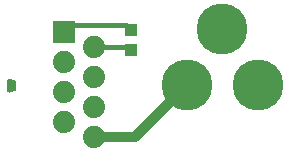
<source format=gtl>
G75*
G70*
%OFA0B0*%
%FSLAX24Y24*%
%IPPOS*%
%LPD*%
%AMOC8*
5,1,8,0,0,1.08239X$1,22.5*
%
%ADD10C,0.0740*%
%ADD11R,0.0740X0.0740*%
%ADD12R,0.0394X0.0433*%
%ADD13C,0.1700*%
%ADD14C,0.0000*%
%ADD15C,0.0001*%
%ADD16C,0.0160*%
%ADD17C,0.0320*%
D10*
X006892Y001890D03*
X007892Y001390D03*
X007892Y002390D03*
X006892Y002890D03*
X007892Y003390D03*
X006892Y003890D03*
X007892Y004390D03*
D11*
X006892Y004890D03*
D12*
X009142Y004975D03*
X009142Y004305D03*
D13*
X010998Y003140D03*
X013360Y003140D03*
X012179Y004990D03*
D14*
X005266Y003268D02*
X005266Y003236D01*
X005266Y002984D01*
X005238Y002977D01*
X005211Y002965D01*
X005179Y002953D01*
X005152Y002945D01*
X005124Y002933D01*
X005097Y002925D01*
X005069Y002914D01*
X005046Y002925D01*
X005018Y002937D01*
X004994Y002945D01*
X004994Y003303D01*
X005018Y003315D01*
X005046Y003327D01*
X005069Y003339D01*
X005097Y003327D01*
X005124Y003319D01*
X005152Y003307D01*
X005179Y003296D01*
X005211Y003288D01*
X005238Y003276D01*
X005266Y003268D01*
D15*
X004994Y003268D01*
X004994Y003269D02*
X005263Y003269D01*
X005266Y003267D02*
X004994Y003267D01*
X004994Y003266D02*
X005266Y003266D01*
X005266Y003265D02*
X004994Y003265D01*
X004994Y003264D02*
X005266Y003264D01*
X005266Y003263D02*
X004994Y003263D01*
X004994Y003262D02*
X005266Y003262D01*
X005266Y003261D02*
X004994Y003261D01*
X004994Y003260D02*
X005266Y003260D01*
X005266Y003259D02*
X004994Y003259D01*
X004994Y003258D02*
X005266Y003258D01*
X005266Y003257D02*
X004994Y003257D01*
X004994Y003256D02*
X005266Y003256D01*
X005266Y003255D02*
X004994Y003255D01*
X004994Y003254D02*
X005266Y003254D01*
X005266Y003253D02*
X004994Y003253D01*
X004994Y003252D02*
X005266Y003252D01*
X005266Y003251D02*
X004994Y003251D01*
X004994Y003250D02*
X005266Y003250D01*
X005266Y003249D02*
X004994Y003249D01*
X004994Y003248D02*
X005266Y003248D01*
X005266Y003247D02*
X004994Y003247D01*
X004994Y003246D02*
X005266Y003246D01*
X005266Y003245D02*
X004994Y003245D01*
X004994Y003244D02*
X005266Y003244D01*
X005266Y003243D02*
X004994Y003243D01*
X004994Y003242D02*
X005266Y003242D01*
X005266Y003241D02*
X004994Y003241D01*
X004994Y003240D02*
X005266Y003240D01*
X005266Y003239D02*
X004994Y003239D01*
X004994Y003238D02*
X005266Y003238D01*
X005266Y003237D02*
X004994Y003237D01*
X004994Y003236D02*
X005266Y003236D01*
X005266Y003235D02*
X004994Y003235D01*
X004994Y003234D02*
X005266Y003234D01*
X005266Y003233D02*
X004994Y003233D01*
X004994Y003232D02*
X005266Y003232D01*
X005266Y003231D02*
X004994Y003231D01*
X004994Y003230D02*
X005266Y003230D01*
X005266Y003229D02*
X004994Y003229D01*
X004994Y003228D02*
X005266Y003228D01*
X005266Y003227D02*
X004994Y003227D01*
X004994Y003226D02*
X005266Y003226D01*
X005266Y003225D02*
X004994Y003225D01*
X004994Y003224D02*
X005266Y003224D01*
X005266Y003223D02*
X004994Y003223D01*
X004994Y003222D02*
X005266Y003222D01*
X005266Y003221D02*
X004994Y003221D01*
X004994Y003220D02*
X005266Y003220D01*
X005266Y003219D02*
X004994Y003219D01*
X004994Y003218D02*
X005266Y003218D01*
X005266Y003217D02*
X004994Y003217D01*
X004994Y003216D02*
X005266Y003216D01*
X005266Y003215D02*
X004994Y003215D01*
X004994Y003214D02*
X005266Y003214D01*
X005266Y003213D02*
X004994Y003213D01*
X004994Y003212D02*
X005266Y003212D01*
X005266Y003211D02*
X004994Y003211D01*
X004994Y003210D02*
X005266Y003210D01*
X005266Y003209D02*
X004994Y003209D01*
X004994Y003208D02*
X005266Y003208D01*
X005266Y003207D02*
X004994Y003207D01*
X004994Y003206D02*
X005266Y003206D01*
X005266Y003205D02*
X004994Y003205D01*
X004994Y003204D02*
X005266Y003204D01*
X005266Y003203D02*
X004994Y003203D01*
X004994Y003202D02*
X005266Y003202D01*
X005266Y003201D02*
X004994Y003201D01*
X004994Y003200D02*
X005266Y003200D01*
X005266Y003199D02*
X004994Y003199D01*
X004994Y003198D02*
X005266Y003198D01*
X005266Y003197D02*
X004994Y003197D01*
X004994Y003196D02*
X005266Y003196D01*
X005266Y003195D02*
X004994Y003195D01*
X004994Y003194D02*
X005266Y003194D01*
X005266Y003193D02*
X004994Y003193D01*
X004994Y003192D02*
X005266Y003192D01*
X005266Y003191D02*
X004994Y003191D01*
X004994Y003190D02*
X005266Y003190D01*
X005266Y003189D02*
X004994Y003189D01*
X004994Y003188D02*
X005266Y003188D01*
X005266Y003187D02*
X004994Y003187D01*
X004994Y003186D02*
X005266Y003186D01*
X005266Y003185D02*
X004994Y003185D01*
X004994Y003184D02*
X005266Y003184D01*
X005266Y003183D02*
X004994Y003183D01*
X004994Y003182D02*
X005266Y003182D01*
X005266Y003181D02*
X004994Y003181D01*
X004994Y003180D02*
X005266Y003180D01*
X005266Y003179D02*
X004994Y003179D01*
X004994Y003178D02*
X005266Y003178D01*
X005266Y003177D02*
X004994Y003177D01*
X004994Y003176D02*
X005266Y003176D01*
X005266Y003175D02*
X004994Y003175D01*
X004994Y003174D02*
X005266Y003174D01*
X005266Y003173D02*
X004994Y003173D01*
X004994Y003172D02*
X005266Y003172D01*
X005266Y003171D02*
X004994Y003171D01*
X004994Y003170D02*
X005266Y003170D01*
X005266Y003169D02*
X004994Y003169D01*
X004994Y003168D02*
X005266Y003168D01*
X005266Y003167D02*
X004994Y003167D01*
X004994Y003166D02*
X005266Y003166D01*
X005266Y003165D02*
X004994Y003165D01*
X004994Y003164D02*
X005266Y003164D01*
X005266Y003163D02*
X004994Y003163D01*
X004994Y003162D02*
X005266Y003162D01*
X005266Y003161D02*
X004994Y003161D01*
X004994Y003160D02*
X005266Y003160D01*
X005266Y003159D02*
X004994Y003159D01*
X004994Y003158D02*
X005266Y003158D01*
X005266Y003157D02*
X004994Y003157D01*
X004994Y003156D02*
X005266Y003156D01*
X005266Y003155D02*
X004994Y003155D01*
X004994Y003154D02*
X005266Y003154D01*
X005266Y003153D02*
X004994Y003153D01*
X004994Y003152D02*
X005266Y003152D01*
X005266Y003151D02*
X004994Y003151D01*
X004994Y003150D02*
X005266Y003150D01*
X005266Y003149D02*
X004994Y003149D01*
X004994Y003148D02*
X005266Y003148D01*
X005266Y003147D02*
X004994Y003147D01*
X004994Y003146D02*
X005266Y003146D01*
X005266Y003145D02*
X004994Y003145D01*
X004994Y003144D02*
X005266Y003144D01*
X005266Y003143D02*
X004994Y003143D01*
X004994Y003142D02*
X005266Y003142D01*
X005266Y003141D02*
X004994Y003141D01*
X004994Y003140D02*
X005266Y003140D01*
X005266Y003139D02*
X004994Y003139D01*
X004994Y003138D02*
X005266Y003138D01*
X005266Y003137D02*
X004994Y003137D01*
X004994Y003136D02*
X005266Y003136D01*
X005266Y003135D02*
X004994Y003135D01*
X004994Y003134D02*
X005266Y003134D01*
X005266Y003133D02*
X004994Y003133D01*
X004994Y003132D02*
X005266Y003132D01*
X005266Y003131D02*
X004994Y003131D01*
X004994Y003130D02*
X005266Y003130D01*
X005266Y003129D02*
X004994Y003129D01*
X004994Y003128D02*
X005266Y003128D01*
X005266Y003127D02*
X004994Y003127D01*
X004994Y003126D02*
X005266Y003126D01*
X005266Y003125D02*
X004994Y003125D01*
X004994Y003124D02*
X005266Y003124D01*
X005266Y003123D02*
X004994Y003123D01*
X004994Y003122D02*
X005266Y003122D01*
X005266Y003121D02*
X004994Y003121D01*
X004994Y003120D02*
X005266Y003120D01*
X005266Y003119D02*
X004994Y003119D01*
X004994Y003118D02*
X005266Y003118D01*
X005266Y003117D02*
X004994Y003117D01*
X004994Y003116D02*
X005266Y003116D01*
X005266Y003115D02*
X004994Y003115D01*
X004994Y003114D02*
X005266Y003114D01*
X005266Y003113D02*
X004994Y003113D01*
X004994Y003112D02*
X005266Y003112D01*
X005266Y003111D02*
X004994Y003111D01*
X004994Y003110D02*
X005266Y003110D01*
X005266Y003109D02*
X004994Y003109D01*
X004994Y003108D02*
X005266Y003108D01*
X005266Y003107D02*
X004994Y003107D01*
X004994Y003106D02*
X005266Y003106D01*
X005266Y003105D02*
X004994Y003105D01*
X004994Y003104D02*
X005266Y003104D01*
X005266Y003103D02*
X004994Y003103D01*
X004994Y003102D02*
X005266Y003102D01*
X005266Y003101D02*
X004994Y003101D01*
X004994Y003100D02*
X005266Y003100D01*
X005266Y003099D02*
X004994Y003099D01*
X004994Y003098D02*
X005266Y003098D01*
X005266Y003097D02*
X004994Y003097D01*
X004994Y003096D02*
X005266Y003096D01*
X005266Y003095D02*
X004994Y003095D01*
X004994Y003094D02*
X005266Y003094D01*
X005266Y003093D02*
X004994Y003093D01*
X004994Y003092D02*
X005266Y003092D01*
X005266Y003091D02*
X004994Y003091D01*
X004994Y003090D02*
X005266Y003090D01*
X005266Y003089D02*
X004994Y003089D01*
X004994Y003088D02*
X005266Y003088D01*
X005266Y003087D02*
X004994Y003087D01*
X004994Y003086D02*
X005266Y003086D01*
X005266Y003085D02*
X004994Y003085D01*
X004994Y003084D02*
X005266Y003084D01*
X005266Y003083D02*
X004994Y003083D01*
X004994Y003082D02*
X005266Y003082D01*
X005266Y003081D02*
X004994Y003081D01*
X004994Y003080D02*
X005266Y003080D01*
X005266Y003079D02*
X004994Y003079D01*
X004994Y003078D02*
X005266Y003078D01*
X005266Y003077D02*
X004994Y003077D01*
X004994Y003076D02*
X005266Y003076D01*
X005266Y003075D02*
X004994Y003075D01*
X004994Y003074D02*
X005266Y003074D01*
X005266Y003073D02*
X004994Y003073D01*
X004994Y003072D02*
X005266Y003072D01*
X005266Y003071D02*
X004994Y003071D01*
X004994Y003070D02*
X005266Y003070D01*
X005266Y003069D02*
X004994Y003069D01*
X004994Y003068D02*
X005266Y003068D01*
X005266Y003067D02*
X004994Y003067D01*
X004994Y003066D02*
X005266Y003066D01*
X005266Y003065D02*
X004994Y003065D01*
X004994Y003064D02*
X005266Y003064D01*
X005266Y003063D02*
X004994Y003063D01*
X004994Y003062D02*
X005266Y003062D01*
X005266Y003061D02*
X004994Y003061D01*
X004994Y003060D02*
X005266Y003060D01*
X005266Y003059D02*
X004994Y003059D01*
X004994Y003058D02*
X005266Y003058D01*
X005266Y003057D02*
X004994Y003057D01*
X004994Y003056D02*
X005266Y003056D01*
X005266Y003055D02*
X004994Y003055D01*
X004994Y003054D02*
X005266Y003054D01*
X005266Y003053D02*
X004994Y003053D01*
X004994Y003052D02*
X005266Y003052D01*
X005266Y003051D02*
X004994Y003051D01*
X004994Y003050D02*
X005266Y003050D01*
X005266Y003049D02*
X004994Y003049D01*
X004994Y003048D02*
X005266Y003048D01*
X005266Y003047D02*
X004994Y003047D01*
X004994Y003046D02*
X005266Y003046D01*
X005266Y003045D02*
X004994Y003045D01*
X004994Y003044D02*
X005266Y003044D01*
X005266Y003043D02*
X004994Y003043D01*
X004994Y003042D02*
X005266Y003042D01*
X005266Y003041D02*
X004994Y003041D01*
X004994Y003040D02*
X005266Y003040D01*
X005266Y003039D02*
X004994Y003039D01*
X004994Y003038D02*
X005266Y003038D01*
X005266Y003037D02*
X004994Y003037D01*
X004994Y003036D02*
X005266Y003036D01*
X005266Y003035D02*
X004994Y003035D01*
X004994Y003034D02*
X005266Y003034D01*
X005266Y003033D02*
X004994Y003033D01*
X004994Y003032D02*
X005266Y003032D01*
X005266Y003031D02*
X004994Y003031D01*
X004994Y003030D02*
X005266Y003030D01*
X005266Y003029D02*
X004994Y003029D01*
X004994Y003028D02*
X005266Y003028D01*
X005266Y003027D02*
X004994Y003027D01*
X004994Y003026D02*
X005266Y003026D01*
X005266Y003025D02*
X004994Y003025D01*
X004994Y003024D02*
X005266Y003024D01*
X005266Y003023D02*
X004994Y003023D01*
X004994Y003022D02*
X005266Y003022D01*
X005266Y003021D02*
X004994Y003021D01*
X004994Y003020D02*
X005266Y003020D01*
X005266Y003019D02*
X004994Y003019D01*
X004994Y003018D02*
X005266Y003018D01*
X005266Y003017D02*
X004994Y003017D01*
X004994Y003016D02*
X005266Y003016D01*
X005266Y003015D02*
X004994Y003015D01*
X004994Y003014D02*
X005266Y003014D01*
X005266Y003013D02*
X004994Y003013D01*
X004994Y003012D02*
X005266Y003012D01*
X005266Y003011D02*
X004994Y003011D01*
X004994Y003010D02*
X005266Y003010D01*
X005266Y003009D02*
X004994Y003009D01*
X004994Y003008D02*
X005266Y003008D01*
X005266Y003007D02*
X004994Y003007D01*
X004994Y003006D02*
X005266Y003006D01*
X005266Y003005D02*
X004994Y003005D01*
X004994Y003004D02*
X005266Y003004D01*
X005266Y003003D02*
X004994Y003003D01*
X004994Y003002D02*
X005266Y003002D01*
X005266Y003001D02*
X004994Y003001D01*
X004994Y003000D02*
X005266Y003000D01*
X005266Y002999D02*
X004994Y002999D01*
X004994Y002998D02*
X005266Y002998D01*
X005266Y002997D02*
X004994Y002997D01*
X004994Y002996D02*
X005266Y002996D01*
X005266Y002995D02*
X004994Y002995D01*
X004994Y002994D02*
X005266Y002994D01*
X005266Y002993D02*
X004994Y002993D01*
X004994Y002992D02*
X005266Y002992D01*
X005266Y002991D02*
X004994Y002991D01*
X004994Y002990D02*
X005266Y002990D01*
X005266Y002989D02*
X004994Y002989D01*
X004994Y002988D02*
X005266Y002988D01*
X005266Y002987D02*
X004994Y002987D01*
X004994Y002986D02*
X005266Y002986D01*
X005266Y002985D02*
X004994Y002985D01*
X004994Y002984D02*
X005265Y002984D01*
X005261Y002983D02*
X004994Y002983D01*
X004994Y002982D02*
X005258Y002982D01*
X005254Y002981D02*
X004994Y002981D01*
X004994Y002980D02*
X005251Y002980D01*
X005247Y002979D02*
X004994Y002979D01*
X004994Y002978D02*
X005244Y002978D01*
X005240Y002977D02*
X004994Y002977D01*
X004994Y002976D02*
X005237Y002976D01*
X005235Y002975D02*
X004994Y002975D01*
X004994Y002974D02*
X005233Y002974D01*
X005230Y002973D02*
X004994Y002973D01*
X004994Y002972D02*
X005228Y002972D01*
X005226Y002971D02*
X004994Y002971D01*
X004994Y002970D02*
X005223Y002970D01*
X005221Y002969D02*
X004994Y002969D01*
X004994Y002968D02*
X005219Y002968D01*
X005216Y002967D02*
X004994Y002967D01*
X004994Y002966D02*
X005214Y002966D01*
X005212Y002965D02*
X004994Y002965D01*
X004994Y002964D02*
X005209Y002964D01*
X005207Y002963D02*
X004994Y002963D01*
X004994Y002962D02*
X005204Y002962D01*
X005201Y002961D02*
X004994Y002961D01*
X004994Y002960D02*
X005199Y002960D01*
X005196Y002959D02*
X004994Y002959D01*
X004994Y002958D02*
X005193Y002958D01*
X005191Y002957D02*
X004994Y002957D01*
X004994Y002956D02*
X005188Y002956D01*
X005185Y002955D02*
X004994Y002955D01*
X004994Y002954D02*
X005183Y002954D01*
X005180Y002953D02*
X004994Y002953D01*
X004994Y002952D02*
X005177Y002952D01*
X005173Y002951D02*
X004994Y002951D01*
X004994Y002950D02*
X005170Y002950D01*
X005166Y002949D02*
X004994Y002949D01*
X004994Y002948D02*
X005163Y002948D01*
X005159Y002947D02*
X004994Y002947D01*
X004994Y002946D02*
X005156Y002946D01*
X005152Y002945D02*
X004994Y002945D01*
X004997Y002944D02*
X005150Y002944D01*
X005147Y002943D02*
X005000Y002943D01*
X005003Y002942D02*
X005145Y002942D01*
X005143Y002941D02*
X005006Y002941D01*
X005009Y002940D02*
X005140Y002940D01*
X005138Y002939D02*
X005012Y002939D01*
X005015Y002938D02*
X005136Y002938D01*
X005133Y002937D02*
X005018Y002937D01*
X005020Y002936D02*
X005131Y002936D01*
X005129Y002935D02*
X005023Y002935D01*
X005025Y002934D02*
X005126Y002934D01*
X005124Y002933D02*
X005027Y002933D01*
X005030Y002932D02*
X005121Y002932D01*
X005117Y002931D02*
X005032Y002931D01*
X005034Y002930D02*
X005114Y002930D01*
X005110Y002929D02*
X005037Y002929D01*
X005039Y002928D02*
X005107Y002928D01*
X005103Y002927D02*
X005041Y002927D01*
X005044Y002926D02*
X005100Y002926D01*
X005096Y002925D02*
X005046Y002925D01*
X005048Y002924D02*
X005094Y002924D01*
X005092Y002923D02*
X005050Y002923D01*
X005052Y002922D02*
X005089Y002922D01*
X005087Y002921D02*
X005054Y002921D01*
X005056Y002920D02*
X005085Y002920D01*
X005082Y002919D02*
X005058Y002919D01*
X005060Y002918D02*
X005080Y002918D01*
X005078Y002917D02*
X005062Y002917D01*
X005064Y002916D02*
X005075Y002916D01*
X005073Y002915D02*
X005066Y002915D01*
X005068Y002914D02*
X005071Y002914D01*
X004994Y003270D02*
X005259Y003270D01*
X005256Y003271D02*
X004994Y003271D01*
X004994Y003272D02*
X005252Y003272D01*
X005249Y003273D02*
X004994Y003273D01*
X004994Y003274D02*
X005245Y003274D01*
X005242Y003275D02*
X004994Y003275D01*
X004994Y003276D02*
X005238Y003276D01*
X005236Y003277D02*
X004994Y003277D01*
X004994Y003278D02*
X005234Y003278D01*
X005231Y003279D02*
X004994Y003279D01*
X004994Y003280D02*
X005229Y003280D01*
X005227Y003281D02*
X004994Y003281D01*
X004994Y003282D02*
X005224Y003282D01*
X005222Y003283D02*
X004994Y003283D01*
X004994Y003284D02*
X005220Y003284D01*
X005217Y003285D02*
X004994Y003285D01*
X004994Y003286D02*
X005215Y003286D01*
X005213Y003287D02*
X004994Y003287D01*
X004994Y003288D02*
X005210Y003288D01*
X005206Y003289D02*
X004994Y003289D01*
X004994Y003290D02*
X005202Y003290D01*
X005198Y003291D02*
X004994Y003291D01*
X004994Y003292D02*
X005194Y003292D01*
X005190Y003293D02*
X004994Y003293D01*
X004994Y003294D02*
X005186Y003294D01*
X005182Y003295D02*
X004994Y003295D01*
X004994Y003296D02*
X005178Y003296D01*
X005176Y003297D02*
X004994Y003297D01*
X004994Y003298D02*
X005174Y003298D01*
X005171Y003299D02*
X004994Y003299D01*
X004994Y003300D02*
X005169Y003300D01*
X005167Y003301D02*
X004994Y003301D01*
X004994Y003302D02*
X005165Y003302D01*
X005162Y003303D02*
X004994Y003303D01*
X004995Y003304D02*
X005160Y003304D01*
X005158Y003305D02*
X004997Y003305D01*
X004999Y003306D02*
X005155Y003306D01*
X005153Y003307D02*
X005001Y003307D01*
X005003Y003308D02*
X005151Y003308D01*
X005148Y003309D02*
X005005Y003309D01*
X005007Y003310D02*
X005146Y003310D01*
X005144Y003311D02*
X005009Y003311D01*
X005011Y003312D02*
X005141Y003312D01*
X005139Y003313D02*
X005013Y003313D01*
X005015Y003314D02*
X005137Y003314D01*
X005134Y003315D02*
X005017Y003315D01*
X005020Y003316D02*
X005132Y003316D01*
X005130Y003317D02*
X005022Y003317D01*
X005024Y003318D02*
X005127Y003318D01*
X005125Y003319D02*
X005027Y003319D01*
X005029Y003320D02*
X005122Y003320D01*
X005118Y003321D02*
X005031Y003321D01*
X005034Y003322D02*
X005115Y003322D01*
X005111Y003323D02*
X005036Y003323D01*
X005038Y003324D02*
X005108Y003324D01*
X005104Y003325D02*
X005041Y003325D01*
X005043Y003326D02*
X005101Y003326D01*
X005097Y003327D02*
X005045Y003327D01*
X005047Y003328D02*
X005095Y003328D01*
X005092Y003329D02*
X005049Y003329D01*
X005051Y003330D02*
X005090Y003330D01*
X005088Y003331D02*
X005053Y003331D01*
X005055Y003332D02*
X005085Y003332D01*
X005083Y003333D02*
X005057Y003333D01*
X005059Y003334D02*
X005081Y003334D01*
X005078Y003335D02*
X005061Y003335D01*
X005063Y003336D02*
X005076Y003336D01*
X005074Y003337D02*
X005065Y003337D01*
X005067Y003338D02*
X005071Y003338D01*
D16*
X007892Y004390D02*
X009057Y004390D01*
X009142Y004305D01*
X009142Y004975D02*
X008977Y005140D01*
X007142Y005140D01*
X006892Y004890D01*
D17*
X009248Y001390D02*
X010998Y003140D01*
X009248Y001390D02*
X007892Y001390D01*
M02*

</source>
